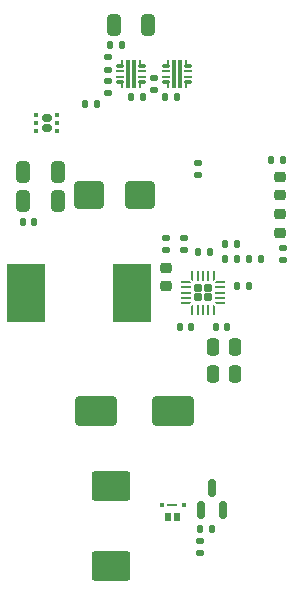
<source format=gbr>
%TF.GenerationSoftware,KiCad,Pcbnew,7.0.10*%
%TF.CreationDate,2024-02-18T13:33:04-06:00*%
%TF.ProjectId,ElectriPi,456c6563-7472-4695-9069-2e6b69636164,rev?*%
%TF.SameCoordinates,PX514cfd0PY32c87d0*%
%TF.FileFunction,Paste,Top*%
%TF.FilePolarity,Positive*%
%FSLAX46Y46*%
G04 Gerber Fmt 4.6, Leading zero omitted, Abs format (unit mm)*
G04 Created by KiCad (PCBNEW 7.0.10) date 2024-02-18 13:33:04*
%MOMM*%
%LPD*%
G01*
G04 APERTURE LIST*
G04 Aperture macros list*
%AMRoundRect*
0 Rectangle with rounded corners*
0 $1 Rounding radius*
0 $2 $3 $4 $5 $6 $7 $8 $9 X,Y pos of 4 corners*
0 Add a 4 corners polygon primitive as box body*
4,1,4,$2,$3,$4,$5,$6,$7,$8,$9,$2,$3,0*
0 Add four circle primitives for the rounded corners*
1,1,$1+$1,$2,$3*
1,1,$1+$1,$4,$5*
1,1,$1+$1,$6,$7*
1,1,$1+$1,$8,$9*
0 Add four rect primitives between the rounded corners*
20,1,$1+$1,$2,$3,$4,$5,0*
20,1,$1+$1,$4,$5,$6,$7,0*
20,1,$1+$1,$6,$7,$8,$9,0*
20,1,$1+$1,$8,$9,$2,$3,0*%
%AMFreePoly0*
4,1,14,0.289644,0.110355,0.410355,-0.010356,0.425000,-0.045711,0.425000,-0.075000,0.410355,-0.110355,0.375000,-0.125000,-0.375000,-0.125000,-0.410355,-0.110355,-0.425000,-0.075000,-0.425000,0.075000,-0.410355,0.110355,-0.375000,0.125000,0.254289,0.125000,0.289644,0.110355,0.289644,0.110355,$1*%
%AMFreePoly1*
4,1,14,0.410355,0.110355,0.425000,0.075000,0.425000,0.045711,0.410355,0.010356,0.289644,-0.110355,0.254289,-0.125000,-0.375000,-0.125000,-0.410355,-0.110355,-0.425000,-0.075000,-0.425000,0.075000,-0.410355,0.110355,-0.375000,0.125000,0.375000,0.125000,0.410355,0.110355,0.410355,0.110355,$1*%
%AMFreePoly2*
4,1,14,0.110355,0.410355,0.125000,0.375000,0.125000,-0.375000,0.110355,-0.410355,0.075000,-0.425000,-0.075000,-0.425000,-0.110355,-0.410355,-0.125000,-0.375000,-0.125000,0.254289,-0.110355,0.289644,0.010356,0.410355,0.045711,0.425000,0.075000,0.425000,0.110355,0.410355,0.110355,0.410355,$1*%
%AMFreePoly3*
4,1,14,-0.010356,0.410355,0.110355,0.289644,0.125000,0.254289,0.125000,-0.375000,0.110355,-0.410355,0.075000,-0.425000,-0.075000,-0.425000,-0.110355,-0.410355,-0.125000,-0.375000,-0.125000,0.375000,-0.110355,0.410355,-0.075000,0.425000,-0.045711,0.425000,-0.010356,0.410355,-0.010356,0.410355,$1*%
%AMFreePoly4*
4,1,14,0.410355,0.110355,0.425000,0.075000,0.425000,-0.075000,0.410355,-0.110355,0.375000,-0.125000,-0.254289,-0.125000,-0.289644,-0.110355,-0.410355,0.010356,-0.425000,0.045711,-0.425000,0.075000,-0.410355,0.110355,-0.375000,0.125000,0.375000,0.125000,0.410355,0.110355,0.410355,0.110355,$1*%
%AMFreePoly5*
4,1,14,0.410355,0.110355,0.425000,0.075000,0.425000,-0.075000,0.410355,-0.110355,0.375000,-0.125000,-0.375000,-0.125000,-0.410355,-0.110355,-0.425000,-0.075000,-0.425000,-0.045711,-0.410355,-0.010356,-0.289644,0.110355,-0.254289,0.125000,0.375000,0.125000,0.410355,0.110355,0.410355,0.110355,$1*%
%AMFreePoly6*
4,1,14,0.110355,0.410355,0.125000,0.375000,0.125000,-0.254289,0.110355,-0.289644,-0.010356,-0.410355,-0.045711,-0.425000,-0.075000,-0.425000,-0.110355,-0.410355,-0.125000,-0.375000,-0.125000,0.375000,-0.110355,0.410355,-0.075000,0.425000,0.075000,0.425000,0.110355,0.410355,0.110355,0.410355,$1*%
%AMFreePoly7*
4,1,14,0.110355,0.410355,0.125000,0.375000,0.125000,-0.375000,0.110355,-0.410355,0.075000,-0.425000,0.045711,-0.425000,0.010356,-0.410355,-0.110355,-0.289644,-0.125000,-0.254289,-0.125000,0.375000,-0.110355,0.410355,-0.075000,0.425000,0.075000,0.425000,0.110355,0.410355,0.110355,0.410355,$1*%
G04 Aperture macros list end*
%ADD10RoundRect,0.135000X-0.135000X-0.185000X0.135000X-0.185000X0.135000X0.185000X-0.135000X0.185000X0*%
%ADD11RoundRect,0.150000X0.150000X-0.587500X0.150000X0.587500X-0.150000X0.587500X-0.150000X-0.587500X0*%
%ADD12RoundRect,0.140000X0.170000X-0.140000X0.170000X0.140000X-0.170000X0.140000X-0.170000X-0.140000X0*%
%ADD13RoundRect,0.140000X0.140000X0.170000X-0.140000X0.170000X-0.140000X-0.170000X0.140000X-0.170000X0*%
%ADD14RoundRect,0.050000X0.250000X-0.100000X0.250000X0.100000X-0.250000X0.100000X-0.250000X-0.100000X0*%
%ADD15RoundRect,0.050000X0.075000X0.275000X-0.075000X0.275000X-0.075000X-0.275000X0.075000X-0.275000X0*%
%ADD16RoundRect,0.050000X0.250000X-0.075000X0.250000X0.075000X-0.250000X0.075000X-0.250000X-0.075000X0*%
%ADD17RoundRect,0.050000X0.100000X-1.150000X0.100000X1.150000X-0.100000X1.150000X-0.100000X-1.150000X0*%
%ADD18RoundRect,0.135000X-0.185000X0.135000X-0.185000X-0.135000X0.185000X-0.135000X0.185000X0.135000X0*%
%ADD19RoundRect,0.160000X-0.245000X-0.160000X0.245000X-0.160000X0.245000X0.160000X-0.245000X0.160000X0*%
%ADD20RoundRect,0.093750X-0.093750X-0.106250X0.093750X-0.106250X0.093750X0.106250X-0.093750X0.106250X0*%
%ADD21RoundRect,0.135000X0.135000X0.185000X-0.135000X0.185000X-0.135000X-0.185000X0.135000X-0.185000X0*%
%ADD22RoundRect,0.050000X-0.250000X0.100000X-0.250000X-0.100000X0.250000X-0.100000X0.250000X0.100000X0*%
%ADD23RoundRect,0.050000X-0.075000X-0.275000X0.075000X-0.275000X0.075000X0.275000X-0.075000X0.275000X0*%
%ADD24RoundRect,0.050000X-0.250000X0.075000X-0.250000X-0.075000X0.250000X-0.075000X0.250000X0.075000X0*%
%ADD25RoundRect,0.050000X-0.100000X1.150000X-0.100000X-1.150000X0.100000X-1.150000X0.100000X1.150000X0*%
%ADD26RoundRect,0.225000X0.250000X-0.225000X0.250000X0.225000X-0.250000X0.225000X-0.250000X-0.225000X0*%
%ADD27RoundRect,0.250000X0.325000X0.650000X-0.325000X0.650000X-0.325000X-0.650000X0.325000X-0.650000X0*%
%ADD28R,0.600000X0.800000*%
%ADD29R,0.350000X0.300000*%
%ADD30R,0.870000X0.235000*%
%ADD31RoundRect,0.135000X0.185000X-0.135000X0.185000X0.135000X-0.185000X0.135000X-0.185000X-0.135000X0*%
%ADD32RoundRect,0.250000X-1.400000X-1.000000X1.400000X-1.000000X1.400000X1.000000X-1.400000X1.000000X0*%
%ADD33RoundRect,0.140000X-0.140000X-0.170000X0.140000X-0.170000X0.140000X0.170000X-0.140000X0.170000X0*%
%ADD34RoundRect,0.172500X0.172500X-0.172500X0.172500X0.172500X-0.172500X0.172500X-0.172500X-0.172500X0*%
%ADD35FreePoly0,90.000000*%
%ADD36RoundRect,0.062500X0.062500X-0.362500X0.062500X0.362500X-0.062500X0.362500X-0.062500X-0.362500X0*%
%ADD37FreePoly1,90.000000*%
%ADD38FreePoly2,90.000000*%
%ADD39RoundRect,0.062500X0.362500X-0.062500X0.362500X0.062500X-0.362500X0.062500X-0.362500X-0.062500X0*%
%ADD40FreePoly3,90.000000*%
%ADD41FreePoly4,90.000000*%
%ADD42FreePoly5,90.000000*%
%ADD43FreePoly6,90.000000*%
%ADD44FreePoly7,90.000000*%
%ADD45RoundRect,0.250000X1.500000X1.000000X-1.500000X1.000000X-1.500000X-1.000000X1.500000X-1.000000X0*%
%ADD46RoundRect,0.250000X-0.250000X-0.475000X0.250000X-0.475000X0.250000X0.475000X-0.250000X0.475000X0*%
%ADD47RoundRect,0.218750X-0.256250X0.218750X-0.256250X-0.218750X0.256250X-0.218750X0.256250X0.218750X0*%
%ADD48RoundRect,0.218750X0.256250X-0.218750X0.256250X0.218750X-0.256250X0.218750X-0.256250X-0.218750X0*%
%ADD49R,3.175000X4.950000*%
%ADD50RoundRect,0.250000X1.000000X0.900000X-1.000000X0.900000X-1.000000X-0.900000X1.000000X-0.900000X0*%
G04 APERTURE END LIST*
D10*
%TO.C,R11*%
X59340000Y-26350000D03*
X60360000Y-26350000D03*
%TD*%
D11*
%TO.C,D4*%
X57300000Y-48937500D03*
X59200000Y-48937500D03*
X58250000Y-47062500D03*
%TD*%
D12*
%TO.C,C9*%
X53350000Y-13310000D03*
X53350000Y-12350000D03*
%TD*%
D13*
%TO.C,C8*%
X56480000Y-33400000D03*
X55520000Y-33400000D03*
%TD*%
D14*
%TO.C,U4*%
X56200000Y-12700000D03*
D15*
X56025000Y-12875000D03*
D16*
X56200000Y-12225000D03*
X56200000Y-11775000D03*
D14*
X56200000Y-11300000D03*
D15*
X56025000Y-11125000D03*
D17*
X55550000Y-12000000D03*
X55050000Y-12000000D03*
D15*
X54575000Y-11125000D03*
D14*
X54400000Y-11300000D03*
D16*
X54400000Y-11775000D03*
X54400000Y-12225000D03*
D15*
X54575000Y-12875000D03*
D14*
X54400000Y-12700000D03*
%TD*%
D18*
%TO.C,R13*%
X57100000Y-19490000D03*
X57100000Y-20510000D03*
%TD*%
D19*
%TO.C,U3*%
X44250000Y-15750000D03*
X44250000Y-16550000D03*
D20*
X43362500Y-15500000D03*
X43362500Y-16150000D03*
X43362500Y-16800000D03*
X45137500Y-16800000D03*
X45137500Y-16150000D03*
X45137500Y-15500000D03*
%TD*%
D21*
%TO.C,R10*%
X48510000Y-14500000D03*
X47490000Y-14500000D03*
%TD*%
D22*
%TO.C,U1*%
X50500000Y-11300000D03*
D23*
X50675000Y-11125000D03*
D24*
X50500000Y-11775000D03*
X50500000Y-12225000D03*
D22*
X50500000Y-12700000D03*
D23*
X50675000Y-12875000D03*
D25*
X51150000Y-12000000D03*
X51650000Y-12000000D03*
D23*
X52125000Y-12875000D03*
D22*
X52300000Y-12700000D03*
D24*
X52300000Y-12225000D03*
X52300000Y-11775000D03*
D23*
X52125000Y-11125000D03*
D22*
X52300000Y-11300000D03*
%TD*%
D26*
%TO.C,C3*%
X54350000Y-29925000D03*
X54350000Y-28375000D03*
%TD*%
D10*
%TO.C,R14*%
X57090000Y-27100000D03*
X58110000Y-27100000D03*
%TD*%
D27*
%TO.C,C5*%
X45225000Y-20250000D03*
X42275000Y-20250000D03*
%TD*%
D28*
%TO.C,Q1*%
X55275000Y-49475000D03*
X54575000Y-49475000D03*
D29*
X55850000Y-48500000D03*
D30*
X54885000Y-48500000D03*
D29*
X54000000Y-48500000D03*
%TD*%
D31*
%TO.C,R3*%
X57250000Y-52510000D03*
X57250000Y-51490000D03*
%TD*%
D32*
%TO.C,D1*%
X49750000Y-46850000D03*
X49750000Y-53650000D03*
%TD*%
D10*
%TO.C,R1*%
X61390000Y-27650000D03*
X62410000Y-27650000D03*
%TD*%
D33*
%TO.C,C6*%
X58600000Y-33400000D03*
X59560000Y-33400000D03*
%TD*%
D27*
%TO.C,C12*%
X52875000Y-7800000D03*
X49925000Y-7800000D03*
%TD*%
D31*
%TO.C,R5*%
X55850000Y-26910000D03*
X55850000Y-25890000D03*
%TD*%
D34*
%TO.C,IC2*%
X57100000Y-30900000D03*
X57900000Y-30900000D03*
X57100000Y-30100000D03*
X57900000Y-30100000D03*
D35*
X56600000Y-31950000D03*
D36*
X57050000Y-31950000D03*
X57500000Y-31950000D03*
X57950000Y-31950000D03*
D37*
X58400000Y-31950000D03*
D38*
X58950000Y-31400000D03*
D39*
X58950000Y-30950000D03*
X58950000Y-30500000D03*
X58950000Y-30050000D03*
D40*
X58950000Y-29600000D03*
D41*
X58400000Y-29050000D03*
D36*
X57950000Y-29050000D03*
X57500000Y-29050000D03*
X57050000Y-29050000D03*
D42*
X56600000Y-29050000D03*
D43*
X56050000Y-29600000D03*
D39*
X56050000Y-30050000D03*
X56050000Y-30500000D03*
X56050000Y-30950000D03*
D44*
X56050000Y-31400000D03*
%TD*%
D21*
%TO.C,R12*%
X61360000Y-29900000D03*
X60340000Y-29900000D03*
%TD*%
D27*
%TO.C,C4*%
X45225000Y-22750000D03*
X42275000Y-22750000D03*
%TD*%
D13*
%TO.C,C11*%
X55280000Y-13950000D03*
X54320000Y-13950000D03*
%TD*%
D21*
%TO.C,R6*%
X64260000Y-19250000D03*
X63240000Y-19250000D03*
%TD*%
D45*
%TO.C,C18*%
X54950000Y-40500000D03*
X48450000Y-40500000D03*
%TD*%
D18*
%TO.C,R9*%
X49450000Y-12540000D03*
X49450000Y-13560000D03*
%TD*%
D46*
%TO.C,C1*%
X58350000Y-35100000D03*
X60250000Y-35100000D03*
%TD*%
D18*
%TO.C,R2*%
X49450000Y-10590000D03*
X49450000Y-11610000D03*
%TD*%
D13*
%TO.C,C7*%
X43230000Y-24500000D03*
X42270000Y-24500000D03*
%TD*%
D18*
%TO.C,R4*%
X54350000Y-25890000D03*
X54350000Y-26910000D03*
%TD*%
D46*
%TO.C,C2*%
X58350000Y-37350000D03*
X60250000Y-37350000D03*
%TD*%
D47*
%TO.C,D5*%
X64000000Y-23872500D03*
X64000000Y-25447500D03*
%TD*%
D33*
%TO.C,C10*%
X51420000Y-13950000D03*
X52380000Y-13950000D03*
%TD*%
D48*
%TO.C,D3*%
X64000000Y-22247500D03*
X64000000Y-20672500D03*
%TD*%
D49*
%TO.C,L1*%
X51507500Y-30500000D03*
X42492500Y-30500000D03*
%TD*%
D18*
%TO.C,R8*%
X64250000Y-26750000D03*
X64250000Y-27770000D03*
%TD*%
D50*
%TO.C,D2*%
X52150000Y-22250000D03*
X47850000Y-22250000D03*
%TD*%
D21*
%TO.C,R15*%
X50610000Y-9550000D03*
X49590000Y-9550000D03*
%TD*%
D33*
%TO.C,C17*%
X57270000Y-50500000D03*
X58230000Y-50500000D03*
%TD*%
D21*
%TO.C,R7*%
X60360000Y-27650000D03*
X59340000Y-27650000D03*
%TD*%
M02*

</source>
